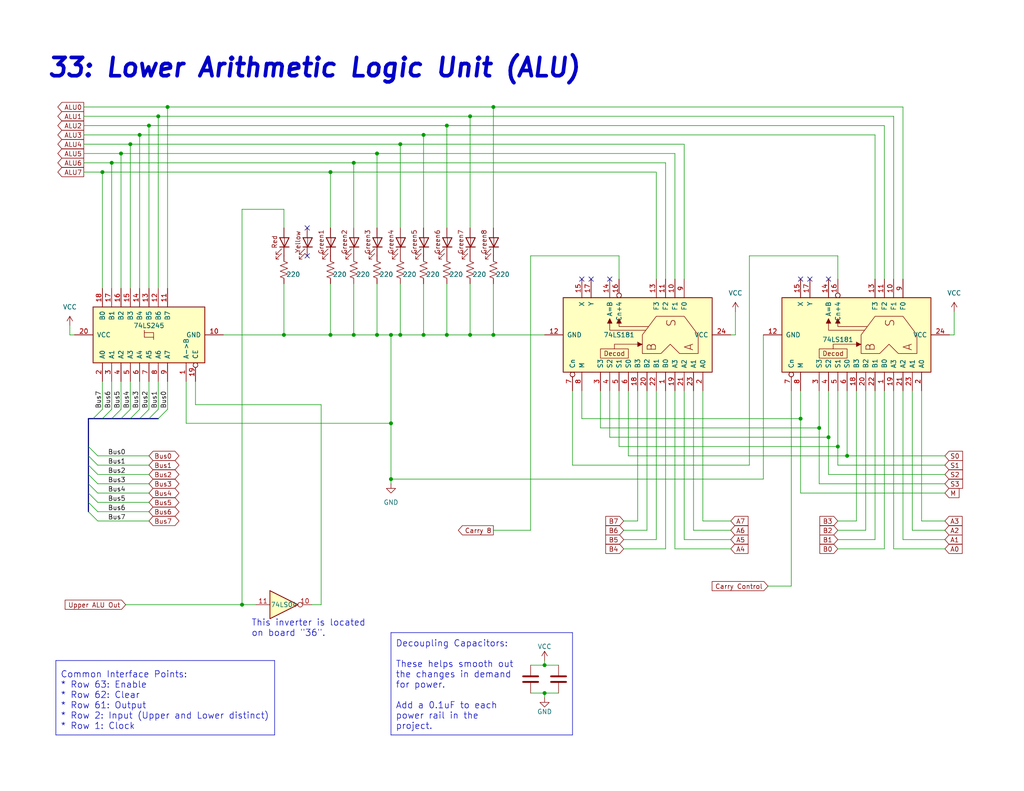
<source format=kicad_sch>
(kicad_sch (version 20211123) (generator eeschema)
  (paper "USLetter")
  (title_block (title "33: Lower ALU") (date "2022-02-23") (rev "1.1") (comment 1 "This board is located in Row 3") (comment 2 "This board is located in Column 3") (comment 3 "74LS04 is located on board \"36\" and shared with this board and board \"33\""))
  (lib_symbols
    (symbol "74xx:74LS04"
      (property "Reference" "U" (at 0 1.27 0))
      (property "Value" "74LS04" (at 0 -1.27 0))
      (symbol "74LS04_1_0"
        (polyline (pts (xy -3.81 3.81) (xy -3.81 -3.81) (xy 3.81 0) (xy -3.81 3.81)) (stroke (width 0.254)) (fill (type background)))
        (pin input line (at -7.62 0 0) (length 3.81) (name "~") (number "1"))
        (pin output inverted (at 7.62 0 180) (length 3.81) (name "~") (number "2"))
      )
      (symbol "74LS04_2_0"
        (polyline (pts (xy -3.81 3.81) (xy -3.81 -3.81) (xy 3.81 0) (xy -3.81 3.81)) (stroke (width 0.254)) (fill (type background)))
        (pin input line (at -7.62 0 0) (length 3.81) (name "~") (number "3"))
        (pin output inverted (at 7.62 0 180) (length 3.81) (name "~") (number "4"))
      )
      (symbol "74LS04_3_0"
        (polyline (pts (xy -3.81 3.81) (xy -3.81 -3.81) (xy 3.81 0) (xy -3.81 3.81)) (stroke (width 0.254)) (fill (type background)))
        (pin input line (at -7.62 0 0) (length 3.81) (name "~") (number "5"))
        (pin output inverted (at 7.62 0 180) (length 3.81) (name "~") (number "6"))
      )
      (symbol "74LS04_4_0"
        (polyline (pts (xy -3.81 3.81) (xy -3.81 -3.81) (xy 3.81 0) (xy -3.81 3.81)) (stroke (width 0.254)) (fill (type background)))
        (pin output inverted (at 7.62 0 180) (length 3.81) (name "~") (number "8"))
        (pin input line (at -7.62 0 0) (length 3.81) (name "~") (number "9"))
      )
      (symbol "74LS04_5_0"
        (polyline (pts (xy -3.81 3.81) (xy -3.81 -3.81) (xy 3.81 0) (xy -3.81 3.81)) (stroke (width 0.254)) (fill (type background)))
        (pin output inverted (at 7.62 0 180) (length 3.81) (name "~") (number "10"))
        (pin input line (at -7.62 0 0) (length 3.81) (name "~") (number "11"))
      )
      (symbol "74LS04_6_0"
        (polyline (pts (xy -3.81 3.81) (xy -3.81 -3.81) (xy 3.81 0) (xy -3.81 3.81)) (stroke (width 0.254)) (fill (type background)))
        (pin output inverted (at 7.62 0 180) (length 3.81) (name "~") (number "12"))
        (pin input line (at -7.62 0 0) (length 3.81) (name "~") (number "13"))
      )
      (symbol "74LS04_7_0"
        (pin power_in line (at 0 12.7 270) (length 5.08) (name "VCC") (number "14"))
        (pin power_in line (at 0 -12.7 90) (length 5.08) (name "GND") (number "7"))
      )
      (symbol "74LS04_7_1"
        (rectangle (start -5.08 7.62) (end 5.08 -7.62) (stroke (width 0.254)) (fill (type background)))
      )
    )
    (symbol "74xx:74LS181" (pin_names (offset 1.016))
      (property "Reference" "U" (at -7.62 21.59 0))
      (property "Value" "74LS181" (at -7.62 -21.59 0))
      (symbol "74LS181_1_0"
        (polyline (pts (xy -3.81 -6.35) (xy -2.54 -6.35) (xy -2.54 1.27)))
        (polyline (pts (xy -2.54 1.27) (xy -3.175 0) (xy -1.905 0)) (fill (type outline)))
        (polyline (pts (xy 1.27 2.159) (xy 1.27 -7.62) (xy 3.175 -7.62)))
        (polyline (pts (xy 3.175 -5.08) (xy 2.286 -5.08) (xy 2.286 2.921)))
        (polyline (pts (xy 4.445 -7.62) (xy 3.175 -6.985) (xy 3.175 -8.255) (xy 4.445 -7.62)) (fill (type outline)))
        (polyline (pts (xy 4.445 -5.08) (xy 3.175 -4.445) (xy 3.175 -5.715) (xy 4.445 -5.08)) (fill (type outline)))
        (polyline (pts (xy -6.35 -2.54) (xy -6.35 -10.16) (xy -3.81 -10.16) (xy -3.81 -2.54) (xy -6.35 -2.54)))
        (polyline (pts (xy -5.08 16.51) (xy -5.08 11.43) (xy -2.54 8.89) (xy -5.08 6.35) (xy -5.08 1.27) (xy 0 1.27) (xy 5.08 5.08) (xy 5.08 12.7) (xy 0 16.51) (xy -5.08 16.51)))
        (text "A" (at -3.302 13.97 0) (effects (font (size 2.286 2.286))))
        (text "B" (at -3.302 3.81 0) (effects (font (size 2.286 2.286))))
        (text "Decod" (at -5.08 -6.35 900) (effects (font (size 1.27 1.27))))
        (text "S" (at 3.302 9.144 0) (effects (font (size 2.286 2.286))))
        (pin input line (at -15.24 7.62 0) (length 5.08) (name "B0") (number "1"))
        (pin output line (at 15.24 10.16 180) (length 5.08) (name "F1") (number "10"))
        (pin output line (at 15.24 7.62 180) (length 5.08) (name "F2") (number "11"))
        (pin power_in line (at 0 -25.4 90) (length 5.08) (name "GND") (number "12"))
        (pin output line (at 15.24 5.08 180) (length 5.08) (name "F3") (number "13"))
        (pin output line (at 15.24 -7.62 180) (length 5.08) (name "A=B") (number "14"))
        (pin output line (at 15.24 -15.24 180) (length 5.08) (name "X") (number "15"))
        (pin output inverted (at 15.24 -5.08 180) (length 5.08) (name "Cn+4") (number "16"))
        (pin output line (at 15.24 -12.7 180) (length 5.08) (name "Y") (number "17"))
        (pin input line (at -15.24 0 0) (length 5.08) (name "B3") (number "18"))
        (pin input line (at -15.24 10.16 0) (length 5.08) (name "A3") (number "19"))
        (pin input line (at -15.24 17.78 0) (length 5.08) (name "A0") (number "2"))
        (pin input line (at -15.24 2.54 0) (length 5.08) (name "B2") (number "20"))
        (pin input line (at -15.24 12.7 0) (length 5.08) (name "A2") (number "21"))
        (pin input line (at -15.24 5.08 0) (length 5.08) (name "B1") (number "22"))
        (pin input line (at -15.24 15.24 0) (length 5.08) (name "A1") (number "23"))
        (pin power_in line (at 0 25.4 270) (length 5.08) (name "VCC") (number "24"))
        (pin input line (at -15.24 -10.16 0) (length 5.08) (name "S3") (number "3"))
        (pin input line (at -15.24 -7.62 0) (length 5.08) (name "S2") (number "4"))
        (pin input line (at -15.24 -5.08 0) (length 5.08) (name "S1") (number "5"))
        (pin input line (at -15.24 -2.54 0) (length 5.08) (name "S0") (number "6"))
        (pin input inverted (at -15.24 -17.78 0) (length 5.08) (name "Cn") (number "7"))
        (pin input line (at -15.24 -15.24 0) (length 5.08) (name "M") (number "8"))
        (pin output line (at 15.24 12.7 180) (length 5.08) (name "F0") (number "9"))
      )
      (symbol "74LS181_1_1"
        (rectangle (start -10.16 20.32) (end 10.16 -20.32) (stroke (width 0.254)) (fill (type background)))
      )
    )
    (symbol "74xx:74LS245" (pin_names (offset 1.016))
      (property "Reference" "U" (at -7.62 16.51 0))
      (property "Value" "74LS245" (at -7.62 -16.51 0))
      (symbol "74LS245_1_0"
        (polyline (pts (xy -0.635 -1.27) (xy -0.635 1.27) (xy 0.635 1.27)))
        (polyline (pts (xy -1.27 -1.27) (xy 0.635 -1.27) (xy 0.635 1.27) (xy 1.27 1.27)))
        (pin input line (at -12.7 -10.16 0) (length 5.08) (name "A->B") (number "1"))
        (pin power_in line (at 0 -20.32 90) (length 5.08) (name "GND") (number "10"))
        (pin tri_state line (at 12.7 -5.08 180) (length 5.08) (name "B7") (number "11"))
        (pin tri_state line (at 12.7 -2.54 180) (length 5.08) (name "B6") (number "12"))
        (pin tri_state line (at 12.7 0 180) (length 5.08) (name "B5") (number "13"))
        (pin tri_state line (at 12.7 2.54 180) (length 5.08) (name "B4") (number "14"))
        (pin tri_state line (at 12.7 5.08 180) (length 5.08) (name "B3") (number "15"))
        (pin tri_state line (at 12.7 7.62 180) (length 5.08) (name "B2") (number "16"))
        (pin tri_state line (at 12.7 10.16 180) (length 5.08) (name "B1") (number "17"))
        (pin tri_state line (at 12.7 12.7 180) (length 5.08) (name "B0") (number "18"))
        (pin input inverted (at -12.7 -12.7 0) (length 5.08) (name "CE") (number "19"))
        (pin tri_state line (at -12.7 12.7 0) (length 5.08) (name "A0") (number "2"))
        (pin power_in line (at 0 20.32 270) (length 5.08) (name "VCC") (number "20"))
        (pin tri_state line (at -12.7 10.16 0) (length 5.08) (name "A1") (number "3"))
        (pin tri_state line (at -12.7 7.62 0) (length 5.08) (name "A2") (number "4"))
        (pin tri_state line (at -12.7 5.08 0) (length 5.08) (name "A3") (number "5"))
        (pin tri_state line (at -12.7 2.54 0) (length 5.08) (name "A4") (number "6"))
        (pin tri_state line (at -12.7 0 0) (length 5.08) (name "A5") (number "7"))
        (pin tri_state line (at -12.7 -2.54 0) (length 5.08) (name "A6") (number "8"))
        (pin tri_state line (at -12.7 -5.08 0) (length 5.08) (name "A7") (number "9"))
      )
      (symbol "74LS245_1_1"
        (rectangle (start -7.62 15.24) (end 7.62 -15.24) (stroke (width 0.254)) (fill (type background)))
      )
    )
    (symbol "Device:C" (pin_numbers hide) (pin_names (offset 0.254))
      (property "Reference" "C" (at 0.635 2.54 0))
      (property "Value" "C" (at 0.635 -2.54 0))
      (symbol "C_0_1"
        (polyline (pts (xy -2.032 -0.762) (xy 2.032 -0.762)) (stroke (width 0.508)))
        (polyline (pts (xy -2.032 0.762) (xy 2.032 0.762)) (stroke (width 0.508)))
      )
      (symbol "C_1_1"
        (pin passive line (at 0 3.81 270) (length 2.794) (name "~") (number "1"))
        (pin passive line (at 0 -3.81 90) (length 2.794) (name "~") (number "2"))
      )
    )
    (symbol "Device:R_US" (pin_numbers hide) (pin_names (offset 0))
      (property "Reference" "R" (at 2.54 0 90))
      (property "Value" "R_US" (at -2.54 0 90))
      (symbol "R_US_0_1"
        (polyline (pts (xy 0 -2.286) (xy 0 -2.54)))
        (polyline (pts (xy 0 2.286) (xy 0 2.54)))
        (polyline (pts (xy 0 -0.762) (xy 1.016 -1.143) (xy 0 -1.524) (xy -1.016 -1.905) (xy 0 -2.286)))
        (polyline (pts (xy 0 0.762) (xy 1.016 0.381) (xy 0 0) (xy -1.016 -0.381) (xy 0 -0.762)))
        (polyline (pts (xy 0 2.286) (xy 1.016 1.905) (xy 0 1.524) (xy -1.016 1.143) (xy 0 0.762)))
      )
      (symbol "R_US_1_1"
        (pin passive line (at 0 3.81 270) (length 1.27) (name "~") (number "1"))
        (pin passive line (at 0 -3.81 90) (length 1.27) (name "~") (number "2"))
      )
    )
    (symbol "SB1R1Y8G_LED:SB1R1Y8G_LED"
      (symbol "SB1R1Y8G_LED_0_0"
        (text "" (at 0.635 0 900) (effects (font (size 1.27 1.27))))
        (text "" (at 1.27 -15.24 0) (effects (font (size 1.27 1.27))))
      )
      (symbol "SB1R1Y8G_LED_0_1"
        (polyline (pts (xy -1.397 -0.127) (xy 1.143 -0.127)))
        (polyline (pts (xy -1.397 1.143) (xy -1.397 -1.397)) (stroke (width 0.254)))
        (polyline (pts (xy 1.143 1.143) (xy 1.143 -1.397) (xy -1.397 -0.127) (xy 1.143 1.143)) (stroke (width 0.254)))
        (polyline (pts (xy -3.175 0.635) (xy -4.699 2.159) (xy -3.937 2.159) (xy -4.699 2.159) (xy -4.699 1.397)))
        (polyline (pts (xy -1.905 0.635) (xy -3.429 2.159) (xy -2.667 2.159) (xy -3.429 2.159) (xy -3.429 1.397)))
      )
      (symbol "SB1R1Y8G_LED_1_0"
        (text "Red" (at 0 2.54 0) (effects (font (size 1.27 1.27))))
      )
      (symbol "SB1R1Y8G_LED_1_1"
        (pin passive line (at -3.81 0 0) (length 2.54) (name "") (number "1"))
        (pin passive line (at 3.81 0 180) (length 2.54) (name "") (number "11"))
      )
      (symbol "SB1R1Y8G_LED_2_0"
        (text "Yellow" (at 0 2.54 0) (effects (font (size 1.27 1.27))))
      )
      (symbol "SB1R1Y8G_LED_2_1"
        (pin passive line (at 3.81 0 180) (length 2.54) (name "") (number "12"))
        (pin passive line (at -3.81 0 0) (length 2.54) (name "") (number "2"))
      )
      (symbol "SB1R1Y8G_LED_3_0"
        (text "Green1" (at 0 2.54 0) (effects (font (size 1.27 1.27))))
      )
      (symbol "SB1R1Y8G_LED_3_1"
        (pin passive line (at 3.81 0 180) (length 2.54) (name "") (number "13"))
        (pin passive line (at -3.81 0 0) (length 2.54) (name "") (number "3"))
      )
      (symbol "SB1R1Y8G_LED_4_0"
        (text "Green2" (at 0 2.54 0) (effects (font (size 1.27 1.27))))
      )
      (symbol "SB1R1Y8G_LED_4_1"
        (pin passive line (at 3.81 0 180) (length 2.54) (name "") (number "14"))
        (pin passive line (at -3.81 0 0) (length 2.54) (name "") (number "4"))
      )
      (symbol "SB1R1Y8G_LED_5_0"
        (text "Green3" (at 0 2.54 0) (effects (font (size 1.27 1.27))))
      )
      (symbol "SB1R1Y8G_LED_5_1"
        (pin passive line (at 3.81 0 180) (length 2.54) (name "") (number "15"))
        (pin passive line (at -3.81 0 0) (length 2.54) (name "") (number "5"))
      )
      (symbol "SB1R1Y8G_LED_6_0"
        (text "Green4" (at 0 2.54 0) (effects (font (size 1.27 1.27))))
      )
      (symbol "SB1R1Y8G_LED_6_1"
        (pin passive line (at 3.81 0 180) (length 2.54) (name "") (number "16"))
        (pin passive line (at -3.81 0 0) (length 2.54) (name "") (number "6"))
      )
      (symbol "SB1R1Y8G_LED_7_0"
        (text "Green5" (at 0 2.54 0) (effects (font (size 1.27 1.27))))
      )
      (symbol "SB1R1Y8G_LED_7_1"
        (pin passive line (at 3.81 0 180) (length 2.54) (name "") (number "17"))
        (pin passive line (at -3.81 0 0) (length 2.54) (name "") (number "7"))
      )
      (symbol "SB1R1Y8G_LED_8_0"
        (text "Green6" (at 0 2.54 0) (effects (font (size 1.27 1.27))))
      )
      (symbol "SB1R1Y8G_LED_8_1"
        (pin passive line (at 3.81 0 180) (length 2.54) (name "") (number "18"))
        (pin passive line (at -3.81 0 0) (length 2.54) (name "") (number "8"))
      )
      (symbol "SB1R1Y8G_LED_9_0"
        (text "Green7" (at 0 2.54 0) (effects (font (size 1.27 1.27))))
      )
      (symbol "SB1R1Y8G_LED_9_1"
        (pin passive line (at 3.81 0 180) (length 2.54) (name "") (number "19"))
        (pin passive line (at -3.81 0 0) (length 2.54) (name "") (number "9"))
      )
      (symbol "SB1R1Y8G_LED_10_0"
        (text "Green8" (at 0 2.54 0) (effects (font (size 1.27 1.27))))
      )
      (symbol "SB1R1Y8G_LED_10_1"
        (pin passive line (at 3.81 0 180) (length 2.54) (name "") (number "10"))
        (pin passive line (at -3.81 0 0) (length 2.54) (name "") (number "20"))
      )
    )
    (symbol "power:GND" (power) (pin_names (offset 0))
      (property "Value" "GND" (at 0 -3.81 0))
      (symbol "GND_0_1"
        (polyline (pts (xy 0 0) (xy 0 -1.27) (xy 1.27 -1.27) (xy 0 -2.54) (xy -1.27 -1.27) (xy 0 -1.27)))
      )
      (symbol "GND_1_1"
        (pin power_in line (at 0 0 270) (length 0) hide (name "GND") (number "1"))
      )
    )
    (symbol "power:VCC" (power) (pin_names (offset 0))
      (property "Value" "VCC" (at 0 3.81 0))
      (symbol "VCC_0_1"
        (polyline (pts (xy -0.762 1.27) (xy 0 2.54)))
        (polyline (pts (xy 0 0) (xy 0 2.54)))
        (polyline (pts (xy 0 2.54) (xy 0.762 1.27)))
      )
      (symbol "VCC_1_1"
        (pin power_in line (at 0 0 90) (length 0) hide (name "VCC") (number "1"))
      )
    )
  )
  (junction (at 106.68 91.44))
  (junction (at 115.57 91.44))
  (junction (at 77.47 91.44))
  (junction (at 45.72 29.21))
  (junction (at 90.17 91.44))
  (junction (at 43.18 31.75))
  (junction (at 106.68 115.57))
  (junction (at 90.17 46.99))
  (junction (at 134.62 29.21))
  (junction (at 96.52 44.45))
  (junction (at 27.94 46.99))
  (junction (at 121.92 34.29))
  (junction (at 33.02 41.91))
  (junction (at 109.22 39.37))
  (junction (at 226.06 119.38))
  (junction (at 96.52 91.44))
  (junction (at 102.87 41.91))
  (junction (at 106.68 130.81))
  (junction (at 134.62 91.44))
  (junction (at 102.87 91.44))
  (junction (at 115.57 36.83))
  (junction (at 223.52 116.84))
  (junction (at 121.92 91.44))
  (junction (at 35.56 39.37))
  (junction (at 38.1 36.83))
  (junction (at 66.04 165.1))
  (junction (at 30.48 44.45))
  (junction (at 109.22 91.44))
  (junction (at 148.59 181.61))
  (junction (at 128.27 31.75))
  (junction (at 40.64 34.29))
  (junction (at 128.27 91.44))
  (junction (at 148.59 189.23))
  (junction (at 228.6 121.92))
  (junction (at 218.44 114.3))
  (junction (at 231.14 124.46))
  (no_connect (at 226.06 76.2))
  (no_connect (at 220.98 76.2))
  (no_connect (at 218.44 76.2))
  (no_connect (at 166.37 76.2))
  (no_connect (at 161.29 76.2))
  (no_connect (at 158.75 76.2))
  (no_connect (at 83.82 69.85))
  (no_connect (at 83.82 62.23))
  (bus_entry (at 26.67 132.08) (size -2.54 -2.54))
  (bus_entry (at 27.94 111.76) (size -2.54 2.54))
  (bus_entry (at 26.67 124.46) (size -2.54 -2.54))
  (bus_entry (at 26.67 134.62) (size -2.54 -2.54))
  (bus_entry (at 30.48 111.76) (size -2.54 2.54))
  (bus_entry (at 40.64 111.76) (size -2.54 2.54))
  (bus_entry (at 35.56 111.76) (size -2.54 2.54))
  (bus_entry (at 33.02 111.76) (size -2.54 2.54))
  (bus_entry (at 43.18 111.76) (size -2.54 2.54))
  (bus_entry (at 26.67 139.7) (size -2.54 -2.54))
  (bus_entry (at 45.72 111.76) (size -2.54 2.54))
  (bus_entry (at 26.67 127) (size -2.54 -2.54))
  (bus_entry (at 26.67 129.54) (size -2.54 -2.54))
  (bus_entry (at 38.1 111.76) (size -2.54 2.54))
  (bus_entry (at 26.67 142.24) (size -2.54 -2.54))
  (bus_entry (at 26.67 137.16) (size -2.54 -2.54))
  (wire (pts (xy 90.17 91.44) (xy 96.52 91.44)))
  (wire (pts (xy 27.94 46.99) (xy 27.94 78.74)))
  (wire (pts (xy 184.15 76.2) (xy 184.15 41.91)))
  (wire (pts (xy 87.63 165.1) (xy 87.63 110.49)))
  (wire (pts (xy 204.47 127) (xy 156.21 127)))
  (wire (pts (xy 171.45 106.68) (xy 171.45 124.46)))
  (wire (pts (xy 181.61 76.2) (xy 181.61 44.45)))
  (wire (pts (xy 200.66 91.44) (xy 199.39 91.44)))
  (wire (pts (xy 241.3 34.29) (xy 121.92 34.29)))
  (wire (pts (xy 85.09 165.1) (xy 87.63 165.1)))
  (wire (pts (xy 121.92 34.29) (xy 40.64 34.29)))
  (wire (pts (xy 60.96 91.44) (xy 77.47 91.44)))
  (wire (pts (xy 50.8 115.57) (xy 106.68 115.57)))
  (wire (pts (xy 243.84 149.86) (xy 257.81 149.86)))
  (wire (pts (xy 102.87 77.47) (xy 102.87 91.44)))
  (bus (pts (xy 24.13 129.54) (xy 24.13 132.08)))
  (wire (pts (xy 241.3 106.68) (xy 241.3 149.86)))
  (bus (pts (xy 27.94 114.3) (xy 25.4 114.3)))
  (wire (pts (xy 106.68 130.81) (xy 208.28 130.81)))
  (wire (pts (xy 148.59 180.34) (xy 148.59 181.61)))
  (wire (pts (xy 246.38 76.2) (xy 246.38 29.21)))
  (wire (pts (xy 189.23 144.78) (xy 199.39 144.78)))
  (wire (pts (xy 181.61 44.45) (xy 96.52 44.45)))
  (wire (pts (xy 176.53 106.68) (xy 176.53 144.78)))
  (wire (pts (xy 168.91 106.68) (xy 168.91 121.92)))
  (wire (pts (xy 128.27 91.44) (xy 134.62 91.44)))
  (wire (pts (xy 204.47 69.85) (xy 204.47 127)))
  (wire (pts (xy 233.68 106.68) (xy 233.68 142.24)))
  (bus (pts (xy 33.02 114.3) (xy 35.56 114.3)))
  (polyline (pts (xy 74.93 180.34) (xy 74.93 200.66)) (stroke (width 0) (type solid)))
  (wire (pts (xy 26.67 142.24) (xy 40.64 142.24)))
  (wire (pts (xy 246.38 106.68) (xy 246.38 147.32)))
  (wire (pts (xy 191.77 142.24) (xy 199.39 142.24)))
  (wire (pts (xy 22.86 41.91) (xy 33.02 41.91)))
  (wire (pts (xy 223.52 106.68) (xy 223.52 116.84)))
  (wire (pts (xy 106.68 91.44) (xy 106.68 115.57)))
  (wire (pts (xy 238.76 36.83) (xy 115.57 36.83)))
  (wire (pts (xy 66.04 57.15) (xy 66.04 165.1)))
  (wire (pts (xy 191.77 106.68) (xy 191.77 142.24)))
  (wire (pts (xy 22.86 46.99) (xy 27.94 46.99)))
  (wire (pts (xy 163.83 106.68) (xy 163.83 116.84)))
  (wire (pts (xy 96.52 62.23) (xy 96.52 44.45)))
  (bus (pts (xy 30.48 114.3) (xy 33.02 114.3)))
  (wire (pts (xy 87.63 110.49) (xy 53.34 110.49)))
  (wire (pts (xy 228.6 121.92) (xy 228.6 106.68)))
  (wire (pts (xy 22.86 39.37) (xy 35.56 39.37)))
  (wire (pts (xy 238.76 147.32) (xy 228.6 147.32)))
  (polyline (pts (xy 106.68 172.72) (xy 156.21 172.72)) (stroke (width 0) (type solid)))
  (wire (pts (xy 102.87 62.23) (xy 102.87 41.91)))
  (wire (pts (xy 260.35 91.44) (xy 259.08 91.44)))
  (bus (pts (xy 24.13 132.08) (xy 24.13 134.62)))
  (wire (pts (xy 238.76 106.68) (xy 238.76 147.32)))
  (wire (pts (xy 163.83 116.84) (xy 223.52 116.84)))
  (bus (pts (xy 24.13 137.16) (xy 24.13 139.7)))
  (wire (pts (xy 156.21 127) (xy 156.21 106.68)))
  (wire (pts (xy 184.15 41.91) (xy 102.87 41.91)))
  (wire (pts (xy 38.1 36.83) (xy 38.1 78.74)))
  (wire (pts (xy 200.66 85.09) (xy 200.66 91.44)))
  (wire (pts (xy 228.6 69.85) (xy 204.47 69.85)))
  (bus (pts (xy 38.1 114.3) (xy 40.64 114.3)))
  (wire (pts (xy 19.05 88.9) (xy 19.05 91.44)))
  (wire (pts (xy 96.52 44.45) (xy 30.48 44.45)))
  (wire (pts (xy 66.04 165.1) (xy 69.85 165.1)))
  (wire (pts (xy 179.07 106.68) (xy 179.07 147.32)))
  (wire (pts (xy 248.92 106.68) (xy 248.92 144.78)))
  (wire (pts (xy 26.67 124.46) (xy 40.64 124.46)))
  (polyline (pts (xy 156.21 200.66) (xy 106.68 200.66)) (stroke (width 0) (type solid)))
  (wire (pts (xy 179.07 46.99) (xy 90.17 46.99)))
  (wire (pts (xy 148.59 189.23) (xy 148.59 190.5)))
  (wire (pts (xy 53.34 104.14) (xy 53.34 110.49)))
  (wire (pts (xy 134.62 91.44) (xy 148.59 91.44)))
  (bus (pts (xy 24.13 114.3) (xy 24.13 121.92)))
  (wire (pts (xy 246.38 147.32) (xy 257.81 147.32)))
  (wire (pts (xy 106.68 91.44) (xy 109.22 91.44)))
  (wire (pts (xy 144.78 144.78) (xy 134.62 144.78)))
  (wire (pts (xy 96.52 91.44) (xy 102.87 91.44)))
  (wire (pts (xy 186.69 39.37) (xy 109.22 39.37)))
  (wire (pts (xy 257.81 134.62) (xy 218.44 134.62)))
  (wire (pts (xy 45.72 104.14) (xy 45.72 111.76)))
  (wire (pts (xy 257.81 127) (xy 228.6 127)))
  (wire (pts (xy 215.9 160.02) (xy 209.55 160.02)))
  (wire (pts (xy 241.3 76.2) (xy 241.3 34.29)))
  (wire (pts (xy 257.81 129.54) (xy 226.06 129.54)))
  (wire (pts (xy 148.59 181.61) (xy 152.4 181.61)))
  (polyline (pts (xy 74.93 200.66) (xy 15.24 200.66)) (stroke (width 0) (type solid)))
  (wire (pts (xy 257.81 132.08) (xy 223.52 132.08)))
  (wire (pts (xy 128.27 31.75) (xy 43.18 31.75)))
  (wire (pts (xy 158.75 114.3) (xy 218.44 114.3)))
  (wire (pts (xy 77.47 91.44) (xy 90.17 91.44)))
  (wire (pts (xy 236.22 144.78) (xy 228.6 144.78)))
  (wire (pts (xy 109.22 62.23) (xy 109.22 39.37)))
  (wire (pts (xy 246.38 29.21) (xy 134.62 29.21)))
  (wire (pts (xy 106.68 115.57) (xy 106.68 130.81)))
  (wire (pts (xy 173.99 106.68) (xy 173.99 142.24)))
  (wire (pts (xy 208.28 91.44) (xy 208.28 130.81)))
  (wire (pts (xy 35.56 104.14) (xy 35.56 111.76)))
  (wire (pts (xy 218.44 114.3) (xy 218.44 134.62)))
  (wire (pts (xy 121.92 77.47) (xy 121.92 91.44)))
  (wire (pts (xy 134.62 77.47) (xy 134.62 91.44)))
  (wire (pts (xy 102.87 91.44) (xy 106.68 91.44)))
  (wire (pts (xy 115.57 36.83) (xy 38.1 36.83)))
  (wire (pts (xy 77.47 77.47) (xy 77.47 91.44)))
  (wire (pts (xy 22.86 36.83) (xy 38.1 36.83)))
  (wire (pts (xy 102.87 41.91) (xy 33.02 41.91)))
  (polyline (pts (xy 15.24 180.34) (xy 74.93 180.34)) (stroke (width 0) (type solid)))
  (wire (pts (xy 184.15 106.68) (xy 184.15 149.86)))
  (wire (pts (xy 248.92 144.78) (xy 257.81 144.78)))
  (wire (pts (xy 50.8 104.14) (xy 50.8 115.57)))
  (wire (pts (xy 238.76 76.2) (xy 238.76 36.83)))
  (wire (pts (xy 179.07 76.2) (xy 179.07 46.99)))
  (wire (pts (xy 26.67 134.62) (xy 40.64 134.62)))
  (wire (pts (xy 243.84 76.2) (xy 243.84 31.75)))
  (wire (pts (xy 134.62 62.23) (xy 134.62 29.21)))
  (wire (pts (xy 173.99 142.24) (xy 170.18 142.24)))
  (wire (pts (xy 168.91 69.85) (xy 144.78 69.85)))
  (wire (pts (xy 26.67 127) (xy 40.64 127)))
  (wire (pts (xy 184.15 149.86) (xy 199.39 149.86)))
  (wire (pts (xy 233.68 142.24) (xy 228.6 142.24)))
  (wire (pts (xy 231.14 106.68) (xy 231.14 124.46)))
  (wire (pts (xy 251.46 106.68) (xy 251.46 142.24)))
  (wire (pts (xy 148.59 189.23) (xy 152.4 189.23)))
  (wire (pts (xy 109.22 39.37) (xy 35.56 39.37)))
  (wire (pts (xy 223.52 116.84) (xy 223.52 132.08)))
  (wire (pts (xy 26.67 139.7) (xy 40.64 139.7)))
  (bus (pts (xy 25.4 114.3) (xy 24.13 114.3)))
  (wire (pts (xy 166.37 119.38) (xy 226.06 119.38)))
  (wire (pts (xy 40.64 34.29) (xy 40.64 78.74)))
  (wire (pts (xy 181.61 149.86) (xy 170.18 149.86)))
  (wire (pts (xy 226.06 129.54) (xy 226.06 119.38)))
  (wire (pts (xy 128.27 77.47) (xy 128.27 91.44)))
  (bus (pts (xy 24.13 127) (xy 24.13 129.54)))
  (wire (pts (xy 43.18 104.14) (xy 43.18 111.76)))
  (wire (pts (xy 30.48 104.14) (xy 30.48 111.76)))
  (wire (pts (xy 128.27 62.23) (xy 128.27 31.75)))
  (wire (pts (xy 144.78 181.61) (xy 148.59 181.61)))
  (wire (pts (xy 115.57 77.47) (xy 115.57 91.44)))
  (bus (pts (xy 27.94 114.3) (xy 30.48 114.3)))
  (wire (pts (xy 38.1 104.14) (xy 38.1 111.76)))
  (polyline (pts (xy 15.24 180.34) (xy 15.24 200.66)) (stroke (width 0) (type solid)))
  (wire (pts (xy 171.45 124.46) (xy 231.14 124.46)))
  (wire (pts (xy 77.47 62.23) (xy 77.47 57.15)))
  (wire (pts (xy 134.62 29.21) (xy 45.72 29.21)))
  (polyline (pts (xy 106.68 172.72) (xy 106.68 200.66)) (stroke (width 0) (type solid)))
  (wire (pts (xy 26.67 132.08) (xy 40.64 132.08)))
  (wire (pts (xy 90.17 46.99) (xy 27.94 46.99)))
  (wire (pts (xy 109.22 91.44) (xy 115.57 91.44)))
  (wire (pts (xy 19.05 91.44) (xy 20.32 91.44)))
  (bus (pts (xy 35.56 114.3) (xy 38.1 114.3)))
  (wire (pts (xy 35.56 39.37) (xy 35.56 78.74)))
  (wire (pts (xy 176.53 144.78) (xy 170.18 144.78)))
  (wire (pts (xy 243.84 106.68) (xy 243.84 149.86)))
  (wire (pts (xy 166.37 106.68) (xy 166.37 119.38)))
  (wire (pts (xy 34.29 165.1) (xy 66.04 165.1)))
  (wire (pts (xy 22.86 29.21) (xy 45.72 29.21)))
  (polyline (pts (xy 156.21 172.72) (xy 156.21 200.66)) (stroke (width 0) (type solid)))
  (wire (pts (xy 260.35 85.09) (xy 260.35 91.44)))
  (wire (pts (xy 158.75 106.68) (xy 158.75 114.3)))
  (wire (pts (xy 106.68 130.81) (xy 106.68 132.08)))
  (wire (pts (xy 226.06 119.38) (xy 226.06 106.68)))
  (wire (pts (xy 121.92 62.23) (xy 121.92 34.29)))
  (wire (pts (xy 26.67 137.16) (xy 40.64 137.16)))
  (wire (pts (xy 22.86 44.45) (xy 30.48 44.45)))
  (wire (pts (xy 45.72 29.21) (xy 45.72 78.74)))
  (bus (pts (xy 24.13 124.46) (xy 24.13 127)))
  (wire (pts (xy 144.78 189.23) (xy 148.59 189.23)))
  (wire (pts (xy 30.48 44.45) (xy 30.48 78.74)))
  (wire (pts (xy 40.64 104.14) (xy 40.64 111.76)))
  (wire (pts (xy 179.07 147.32) (xy 170.18 147.32)))
  (wire (pts (xy 22.86 31.75) (xy 43.18 31.75)))
  (wire (pts (xy 181.61 106.68) (xy 181.61 149.86)))
  (wire (pts (xy 77.47 57.15) (xy 66.04 57.15)))
  (bus (pts (xy 24.13 124.46) (xy 24.13 121.92)))
  (wire (pts (xy 186.69 147.32) (xy 199.39 147.32)))
  (wire (pts (xy 90.17 77.47) (xy 90.17 91.44)))
  (wire (pts (xy 115.57 91.44) (xy 121.92 91.44)))
  (wire (pts (xy 43.18 31.75) (xy 43.18 78.74)))
  (wire (pts (xy 121.92 91.44) (xy 128.27 91.44)))
  (wire (pts (xy 115.57 62.23) (xy 115.57 36.83)))
  (wire (pts (xy 243.84 31.75) (xy 128.27 31.75)))
  (wire (pts (xy 96.52 77.47) (xy 96.52 91.44)))
  (wire (pts (xy 33.02 41.91) (xy 33.02 78.74)))
  (wire (pts (xy 257.81 124.46) (xy 231.14 124.46)))
  (wire (pts (xy 109.22 77.47) (xy 109.22 91.44)))
  (wire (pts (xy 218.44 106.68) (xy 218.44 114.3)))
  (wire (pts (xy 251.46 142.24) (xy 257.81 142.24)))
  (bus (pts (xy 24.13 134.62) (xy 24.13 137.16)))
  (wire (pts (xy 27.94 104.14) (xy 27.94 111.76)))
  (wire (pts (xy 228.6 127) (xy 228.6 121.92)))
  (bus (pts (xy 40.64 114.3) (xy 43.18 114.3)))
  (wire (pts (xy 26.67 129.54) (xy 40.64 129.54)))
  (wire (pts (xy 22.86 34.29) (xy 40.64 34.29)))
  (wire (pts (xy 215.9 106.68) (xy 215.9 160.02)))
  (wire (pts (xy 241.3 149.86) (xy 228.6 149.86)))
  (wire (pts (xy 168.91 76.2) (xy 168.91 69.85)))
  (wire (pts (xy 228.6 76.2) (xy 228.6 69.85)))
  (wire (pts (xy 236.22 106.68) (xy 236.22 144.78)))
  (wire (pts (xy 90.17 62.23) (xy 90.17 46.99)))
  (wire (pts (xy 168.91 121.92) (xy 228.6 121.92)))
  (wire (pts (xy 33.02 104.14) (xy 33.02 111.76)))
  (wire (pts (xy 189.23 106.68) (xy 189.23 144.78)))
  (wire (pts (xy 144.78 69.85) (xy 144.78 144.78)))
  (wire (pts (xy 186.69 106.68) (xy 186.69 147.32)))
  (wire (pts (xy 186.69 76.2) (xy 186.69 39.37)))
  (text " 33: Lower Arithmetic Logic Unit (ALU)" (at 8.89 21.59 0) (effects (font (size 5 5) (thickness 1) bold italic) (justify left bottom)))
  (text "This inverter is located \non board \"36\"." (at 68.58 173.99 0) (effects (font (size 1.75 1.75)) (justify left bottom)))
  (text "Common Interface Points:\n* Row 63: Enable\n* Row 62: Clear\n* Row 61: Output\n* Row 2: Input (Upper and Lower distinct)\n* Row 1: Clock" (at 16.51 199.39 0) (effects (font (size 1.75 1.75)) (justify left bottom)))
  (text "Decoupling Capacitors:\n\nThese helps smooth out \nthe changes in demand \nfor power.\n\nAdd a 0.1uF to each \npower rail in the \nproject." (at 107.95 199.39 0) (effects (font (size 1.75 1.75)) (justify left bottom)))
  (label "Bus1" (at 43.18 106.68 270))
  (label "Bus5" (at 34.29 137.16 180))
  (label "Bus6" (at 30.48 106.68 270))
  (label "Bus2" (at 34.29 129.54 180))
  (label "Bus1" (at 34.29 127 180))
  (label "Bus4" (at 34.29 134.62 180))
  (label "Bus4" (at 35.56 106.68 270))
  (label "Bus3" (at 34.29 132.08 180))
  (label "Bus5" (at 33.02 106.68 270))
  (label "Bus0" (at 34.29 124.46 180))
  (label "Bus6" (at 34.29 139.7 180))
  (label "Bus7" (at 34.29 142.24 180))
  (label "Bus0" (at 45.72 106.68 270))
  (label "Bus2" (at 40.64 106.68 270))
  (label "Bus7" (at 27.94 106.68 270))
  (label "Bus3" (at 38.1 106.68 270))
  (global_label "ALU4" (shape output) (at 22.86 39.37 180) (property "Intersheet References" "${INTERSHEET_REFS}" (effects hide)))
  (global_label "Bus1" (shape bidirectional) (at 40.64 127 0) (property "Intersheet References" "${INTERSHEET_REFS}" (effects hide)))
  (global_label "A6" (shape input) (at 199.39 144.78 0) (property "Intersheet References" "${INTERSHEET_REFS}" (effects hide)))
  (global_label "S2" (shape input) (at 257.81 129.54 0) (property "Intersheet References" "${INTERSHEET_REFS}" (effects hide)))
  (global_label "Bus0" (shape bidirectional) (at 40.64 124.46 0) (property "Intersheet References" "${INTERSHEET_REFS}" (effects hide)))
  (global_label "Carry Control" (shape input) (at 209.55 160.02 180) (property "Intersheet References" "${INTERSHEET_REFS}" (effects hide)))
  (global_label "A7" (shape input) (at 199.39 142.24 0) (property "Intersheet References" "${INTERSHEET_REFS}" (effects hide)))
  (global_label "A1" (shape input) (at 257.81 147.32 0) (property "Intersheet References" "${INTERSHEET_REFS}" (effects hide)))
  (global_label "S1" (shape input) (at 257.81 127 0) (property "Intersheet References" "${INTERSHEET_REFS}" (effects hide)))
  (global_label "A4" (shape input) (at 199.39 149.86 0) (property "Intersheet References" "${INTERSHEET_REFS}" (effects hide)))
  (global_label "S0" (shape input) (at 257.81 124.46 0) (property "Intersheet References" "${INTERSHEET_REFS}" (effects hide)))
  (global_label "ALU5" (shape output) (at 22.86 41.91 180) (property "Intersheet References" "${INTERSHEET_REFS}" (effects hide)))
  (global_label "A5" (shape input) (at 199.39 147.32 0) (property "Intersheet References" "${INTERSHEET_REFS}" (effects hide)))
  (global_label "A0" (shape input) (at 257.81 149.86 0) (property "Intersheet References" "${INTERSHEET_REFS}" (effects hide)))
  (global_label "B2" (shape input) (at 228.6 144.78 180) (property "Intersheet References" "${INTERSHEET_REFS}" (effects hide)))
  (global_label "Bus6" (shape bidirectional) (at 40.64 139.7 0) (property "Intersheet References" "${INTERSHEET_REFS}" (effects hide)))
  (global_label "Bus3" (shape bidirectional) (at 40.64 132.08 0) (property "Intersheet References" "${INTERSHEET_REFS}" (effects hide)))
  (global_label "M" (shape input) (at 257.81 134.62 0) (property "Intersheet References" "${INTERSHEET_REFS}" (effects hide)))
  (global_label "Bus5" (shape bidirectional) (at 40.64 137.16 0) (property "Intersheet References" "${INTERSHEET_REFS}" (effects hide)))
  (global_label "B7" (shape input) (at 170.18 142.24 180) (property "Intersheet References" "${INTERSHEET_REFS}" (effects hide)))
  (global_label "B3" (shape input) (at 228.6 142.24 180) (property "Intersheet References" "${INTERSHEET_REFS}" (effects hide)))
  (global_label "Bus4" (shape bidirectional) (at 40.64 134.62 0) (property "Intersheet References" "${INTERSHEET_REFS}" (effects hide)))
  (global_label "S3" (shape input) (at 257.81 132.08 0) (property "Intersheet References" "${INTERSHEET_REFS}" (effects hide)))
  (global_label "B0" (shape input) (at 228.6 149.86 180) (property "Intersheet References" "${INTERSHEET_REFS}" (effects hide)))
  (global_label "ALU0" (shape output) (at 22.86 29.21 180) (property "Intersheet References" "${INTERSHEET_REFS}" (effects hide)))
  (global_label "B5" (shape input) (at 170.18 147.32 180) (property "Intersheet References" "${INTERSHEET_REFS}" (effects hide)))
  (global_label "Upper ALU Out" (shape input) (at 34.29 165.1 180) (property "Intersheet References" "${INTERSHEET_REFS}" (effects hide)))
  (global_label "B4" (shape input) (at 170.18 149.86 180) (property "Intersheet References" "${INTERSHEET_REFS}" (effects hide)))
  (global_label "B1" (shape input) (at 228.6 147.32 180) (property "Intersheet References" "${INTERSHEET_REFS}" (effects hide)))
  (global_label "Bus2" (shape bidirectional) (at 40.64 129.54 0) (property "Intersheet References" "${INTERSHEET_REFS}" (effects hide)))
  (global_label "ALU6" (shape output) (at 22.86 44.45 180) (property "Intersheet References" "${INTERSHEET_REFS}" (effects hide)))
  (global_label "ALU1" (shape output) (at 22.86 31.75 180) (property "Intersheet References" "${INTERSHEET_REFS}" (effects hide)))
  (global_label "ALU7" (shape output) (at 22.86 46.99 180) (property "Intersheet References" "${INTERSHEET_REFS}" (effects hide)))
  (global_label "Bus7" (shape bidirectional) (at 40.64 142.24 0) (property "Intersheet References" "${INTERSHEET_REFS}" (effects hide)))
  (global_label "ALU2" (shape output) (at 22.86 34.29 180) (property "Intersheet References" "${INTERSHEET_REFS}" (effects hide)))
  (global_label "A2" (shape input) (at 257.81 144.78 0) (property "Intersheet References" "${INTERSHEET_REFS}" (effects hide)))
  (global_label "A3" (shape input) (at 257.81 142.24 0) (property "Intersheet References" "${INTERSHEET_REFS}" (effects hide)))
  (global_label "ALU3" (shape output) (at 22.86 36.83 180) (property "Intersheet References" "${INTERSHEET_REFS}" (effects hide)))
  (global_label "B6" (shape input) (at 170.18 144.78 180) (property "Intersheet References" "${INTERSHEET_REFS}" (effects hide)))
  (global_label "Carry 8" (shape output) (at 134.62 144.78 180) (property "Intersheet References" "${INTERSHEET_REFS}" (effects hide)))
  (symbol (lib_id "Device:R_US") (at 109.22 73.66 0) (unit 1)
    (property "Reference" "R?" (effects hide))
    (property "Value" "220" (at 111.76 74.9299 0))
  )
  (symbol (lib_id "power:VCC") (at 19.05 88.9 0) (unit 1)
    (property "Reference" "#PWR?" (effects hide))
    (property "Value" "VCC" (at 19.05 83.82 0))
  )
  (symbol (lib_id "74xx:74LS181") (at 173.99 91.44 270) (mirror x) (unit 1)
    (property "Reference" "U?" (effects hide))
    (property "Value" "74LS181" (at 168.91 91.44 90))
    (property "Datasheet" "74xx/74F181.pdf" (effects hide))
  )
  (symbol (lib_id "Device:C") (at 152.4 185.42 0) (unit 1)
    (property "Reference" "C?" (effects hide))
    (property "Value" "0.1uF" (effects hide))
  )
  (symbol (lib_id "74xx:74LS181") (at 233.68 91.44 270) (mirror x) (unit 1)
    (property "Reference" "U?" (effects hide))
    (property "Value" "74LS181" (at 228.6 92.71 90))
    (property "Datasheet" "74xx/74F181.pdf" (effects hide))
  )
  (symbol (lib_id "74xx:74LS04") (at 77.47 165.1 0) (unit 5)
    (property "Reference" "U?" (effects hide))
    (property "Value" "74LS04" (at 77.47 165.1 0))
    (property "Datasheet" "http://www.ti.com/lit/gpn/sn74LS04" (effects hide))
  )
  (symbol (lib_id "SB1R1Y8G_LED:SB1R1Y8G_LED") (at 96.52 66.04 90) (unit 4)
    (property "Reference" "U?" (effects hide))
    (property "Value" "SB1R1Y8G_LED" (effects hide))
  )
  (symbol (lib_id "SB1R1Y8G_LED:SB1R1Y8G_LED") (at 134.62 66.04 90) (unit 10)
    (property "Reference" "U?" (effects hide))
    (property "Value" "SB1R1Y8G_LED" (effects hide))
  )
  (symbol (lib_id "power:VCC") (at 260.35 85.09 0) (unit 1)
    (property "Reference" "#PWR?" (effects hide))
    (property "Value" "VCC" (at 260.35 80.01 0))
  )
  (symbol (lib_id "Device:C") (at 144.78 185.42 0) (unit 1)
    (property "Reference" "C?" (effects hide))
    (property "Value" "0.1uF" (effects hide))
  )
  (symbol (lib_id "SB1R1Y8G_LED:SB1R1Y8G_LED") (at 83.82 66.04 90) (unit 2)
    (property "Reference" "U?" (effects hide))
    (property "Value" "SB1R1Y8G_LED" (effects hide))
  )
  (symbol (lib_id "power:GND") (at 106.68 132.08 0) (unit 1)
    (property "Reference" "#PWR?" (effects hide))
    (property "Value" "GND" (at 106.68 137.16 0))
  )
  (symbol (lib_id "SB1R1Y8G_LED:SB1R1Y8G_LED") (at 77.47 66.04 90) (unit 1)
    (property "Reference" "U?" (effects hide))
    (property "Value" "SB1R1Y8G_LED" (effects hide))
  )
  (symbol (lib_id "power:VCC") (at 200.66 85.09 0) (unit 1)
    (property "Reference" "#PWR?" (effects hide))
    (property "Value" "VCC" (at 200.66 80.01 0))
  )
  (symbol (lib_id "SB1R1Y8G_LED:SB1R1Y8G_LED") (at 121.92 66.04 90) (unit 8)
    (property "Reference" "U?" (effects hide))
    (property "Value" "SB1R1Y8G_LED" (effects hide))
  )
  (symbol (lib_id "SB1R1Y8G_LED:SB1R1Y8G_LED") (at 115.57 66.04 90) (unit 7)
    (property "Reference" "U?" (effects hide))
    (property "Value" "SB1R1Y8G_LED" (effects hide))
  )
  (symbol (lib_id "Device:R_US") (at 121.92 73.66 0) (unit 1)
    (property "Reference" "R?" (effects hide))
    (property "Value" "220" (at 124.46 74.9299 0))
  )
  (symbol (lib_id "Device:R_US") (at 96.52 73.66 0) (unit 1)
    (property "Reference" "R?" (effects hide))
    (property "Value" "220" (at 99.06 74.9299 0))
  )
  (symbol (lib_id "74xx:74LS245") (at 40.64 91.44 90) (unit 1)
    (property "Reference" "U?" (effects hide))
    (property "Value" "74LS245" (at 40.64 88.9 90))
    (property "Datasheet" "http://www.ti.com/lit/gpn/sn74LS245" (effects hide))
  )
  (symbol (lib_id "power:VCC") (at 148.59 180.34 0) (unit 1)
    (property "Reference" "#PWR?" (effects hide))
    (property "Value" "VCC" (at 148.59 176.53 0))
  )
  (symbol (lib_id "Device:R_US") (at 102.87 73.66 0) (unit 1)
    (property "Reference" "R?" (effects hide))
    (property "Value" "220" (at 105.41 74.9299 0))
  )
  (symbol (lib_id "SB1R1Y8G_LED:SB1R1Y8G_LED") (at 90.17 66.04 90) (unit 3)
    (property "Reference" "U?" (effects hide))
    (property "Value" "SB1R1Y8G_LED" (effects hide))
  )
  (symbol (lib_id "Device:R_US") (at 90.17 73.66 0) (unit 1)
    (property "Reference" "R?" (effects hide))
    (property "Value" "220" (at 92.71 74.9299 0))
  )
  (symbol (lib_id "SB1R1Y8G_LED:SB1R1Y8G_LED") (at 109.22 66.04 90) (unit 6)
    (property "Reference" "U?" (effects hide))
    (property "Value" "SB1R1Y8G_LED" (effects hide))
  )
  (symbol (lib_id "Device:R_US") (at 128.27 73.66 0) (unit 1)
    (property "Reference" "R?" (effects hide))
    (property "Value" "220" (at 130.81 74.9299 0))
  )
  (symbol (lib_id "SB1R1Y8G_LED:SB1R1Y8G_LED") (at 102.87 66.04 90) (unit 5)
    (property "Reference" "U?" (effects hide))
    (property "Value" "SB1R1Y8G_LED" (effects hide))
  )
  (symbol (lib_id "power:GND") (at 148.59 190.5 0) (unit 1)
    (property "Reference" "#PWR?" (effects hide))
    (property "Value" "GND" (at 148.59 194.31 0))
  )
  (symbol (lib_id "SB1R1Y8G_LED:SB1R1Y8G_LED") (at 128.27 66.04 90) (unit 9)
    (property "Reference" "U?" (effects hide))
    (property "Value" "SB1R1Y8G_LED" (effects hide))
  )
  (symbol (lib_id "Device:R_US") (at 77.47 73.66 0) (unit 1)
    (property "Reference" "R?" (effects hide))
    (property "Value" "220" (at 80.01 74.9299 0))
  )
  (symbol (lib_id "Device:R_US") (at 115.57 73.66 0) (unit 1)
    (property "Reference" "R?" (effects hide))
    (property "Value" "220" (at 118.11 74.9299 0))
  )
  (symbol (lib_id "Device:R_US") (at 134.62 73.66 0) (unit 1)
    (property "Reference" "R?" (effects hide))
    (property "Value" "220" (at 137.16 74.9299 0))
  )
)
</source>
